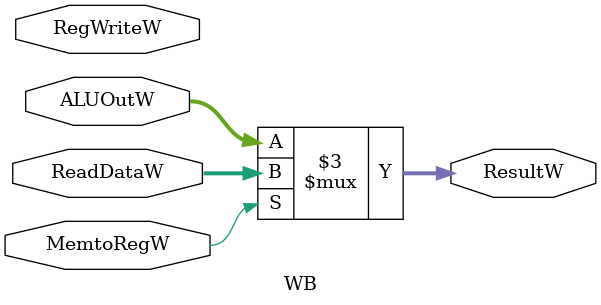
<source format=sv>
`timescale 1ns / 1ps


module WB(input logic RegWriteW, MemtoRegW,
              input logic [31:0] ReadDataW, ALUOutW,
              output logic [31:0] ResultW);

always_comb begin
    if (MemtoRegW) ResultW = ReadDataW;
    else ResultW = ALUOutW;
end

endmodule

</source>
